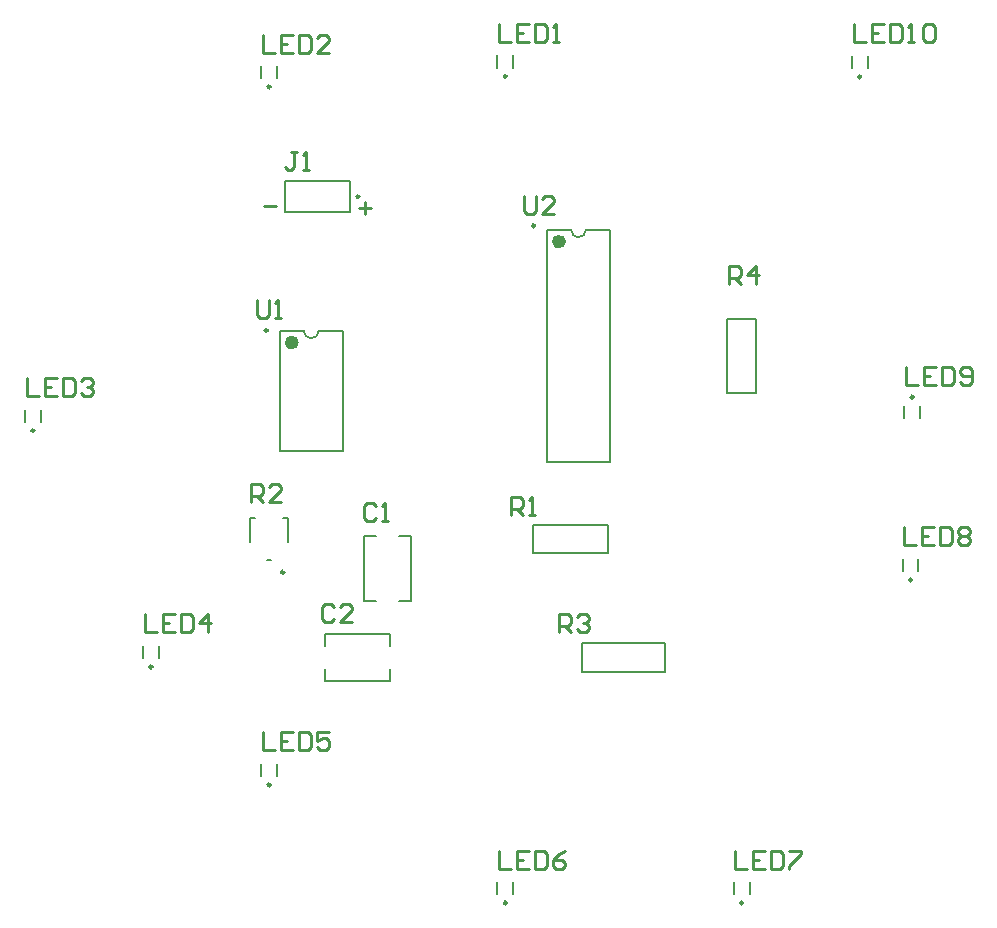
<source format=gto>
G04*
G04 #@! TF.GenerationSoftware,Altium Limited,Altium Designer,23.11.1 (41)*
G04*
G04 Layer_Color=65535*
%FSLAX44Y44*%
%MOMM*%
G71*
G04*
G04 #@! TF.SameCoordinates,6762E12D-089E-49D2-B3B2-2041342F93EC*
G04*
G04*
G04 #@! TF.FilePolarity,Positive*
G04*
G01*
G75*
%ADD10C,0.2500*%
%ADD11C,0.6000*%
%ADD12C,0.2000*%
%ADD13C,0.2540*%
D10*
X815320Y467414D02*
G03*
X815320Y467414I-1250J0D01*
G01*
X470996Y739046D02*
G03*
X470996Y739046I-1250J0D01*
G01*
X270996Y730046D02*
G03*
X270996Y730046I-1250J0D01*
G01*
X346246Y637046D02*
G03*
X346246Y637046I-1250J0D01*
G01*
X70996Y439046D02*
G03*
X70996Y439046I-1250J0D01*
G01*
X170996Y239046D02*
G03*
X170996Y239046I-1250J0D01*
G01*
X270996Y139046D02*
G03*
X270996Y139046I-1250J0D01*
G01*
X494796Y612446D02*
G03*
X494796Y612446I-1250J0D01*
G01*
X470996Y39046D02*
G03*
X470996Y39046I-1250J0D01*
G01*
X282496Y319046D02*
G03*
X282496Y319046I-1250J0D01*
G01*
X814050Y312620D02*
G03*
X814050Y312620I-1250J0D01*
G01*
X670996Y39046D02*
G03*
X670996Y39046I-1250J0D01*
G01*
X268556Y523646D02*
G03*
X268556Y523646I-1250J0D01*
G01*
X770996Y738546D02*
G03*
X770996Y738546I-1250J0D01*
G01*
D11*
X518146Y599046D02*
G03*
X518146Y599046I-3000J0D01*
G01*
X291906Y513546D02*
G03*
X291906Y513546I-3000J0D01*
G01*
D12*
X525296Y609046D02*
G03*
X537996Y609046I6350J0D01*
G01*
X299056Y523546D02*
G03*
X311756Y523546I6350J0D01*
G01*
X807320Y449664D02*
Y460164D01*
X820820Y449664D02*
Y460164D01*
X476496Y746296D02*
Y756796D01*
X462996Y746296D02*
Y756796D01*
X317246Y256796D02*
Y267046D01*
Y227046D02*
Y237296D01*
Y227046D02*
X372246D01*
Y256796D02*
Y267046D01*
Y227046D02*
Y237296D01*
X317246Y267046D02*
X372246D01*
X379496Y349546D02*
X389746D01*
X349746D02*
X359996D01*
X349746Y294546D02*
Y349546D01*
X379496Y294546D02*
X389746D01*
X349746D02*
X359996D01*
X389746D02*
Y349546D01*
X556246Y335046D02*
Y359046D01*
X493246Y335046D02*
X556246D01*
X493246Y359046D02*
X556246D01*
X493246Y335046D02*
Y359046D01*
X276496Y737296D02*
Y747796D01*
X262996Y737296D02*
Y747796D01*
X338646Y623846D02*
Y650246D01*
X282846D02*
X338646D01*
X282846Y623846D02*
Y650246D01*
Y623846D02*
X338646D01*
X76496Y446296D02*
Y456796D01*
X62996Y446296D02*
Y456796D01*
X176496Y246296D02*
Y256796D01*
X162996Y246296D02*
Y256796D01*
X276496Y146296D02*
Y156796D01*
X262996Y146296D02*
Y156796D01*
X505146Y412046D02*
X558146D01*
X537996Y609046D02*
X558146D01*
X505146D02*
X525296D01*
X558146Y412046D02*
Y609046D01*
X505146Y412046D02*
Y609046D01*
X604746Y234546D02*
Y259546D01*
X534746D02*
X604746D01*
X534746Y234546D02*
Y259546D01*
Y234546D02*
X604746D01*
X476496Y46296D02*
Y56796D01*
X462996Y46296D02*
Y56796D01*
X267746Y329546D02*
X271746D01*
X285746Y344546D02*
Y364546D01*
X281746D02*
X285746D01*
X253746D02*
X257746D01*
X253746Y344546D02*
Y364546D01*
X819550Y319870D02*
Y330370D01*
X806050Y319870D02*
Y330370D01*
X676496Y46296D02*
Y56796D01*
X662996Y46296D02*
Y56796D01*
X278906Y421546D02*
Y523546D01*
X331906Y421546D02*
Y523546D01*
X278906D02*
X299056D01*
X311756D02*
X331906D01*
X278906Y421546D02*
X331906D01*
X776496Y745796D02*
Y756296D01*
X762996Y745796D02*
Y756296D01*
X657746Y533546D02*
X681746D01*
Y470546D02*
Y533546D01*
X657746Y470546D02*
Y533546D01*
Y470546D02*
X681746D01*
D13*
X265540Y629540D02*
X275697D01*
X345540Y627618D02*
X355697D01*
X350618Y632697D02*
Y622540D01*
X808834Y492861D02*
Y477626D01*
X818991D01*
X834226Y492861D02*
X824069D01*
Y477626D01*
X834226D01*
X824069Y485243D02*
X829147D01*
X839304Y492861D02*
Y477626D01*
X846922D01*
X849461Y480165D01*
Y490322D01*
X846922Y492861D01*
X839304D01*
X854539Y480165D02*
X857078Y477626D01*
X862157D01*
X864696Y480165D01*
Y490322D01*
X862157Y492861D01*
X857078D01*
X854539Y490322D01*
Y487783D01*
X857078Y485243D01*
X864696D01*
X464410Y783437D02*
Y768202D01*
X474567D01*
X489802Y783437D02*
X479645D01*
Y768202D01*
X489802D01*
X479645Y775819D02*
X484723D01*
X494880Y783437D02*
Y768202D01*
X502498D01*
X505037Y770741D01*
Y780898D01*
X502498Y783437D01*
X494880D01*
X510115Y768202D02*
X515194D01*
X512654D01*
Y783437D01*
X510115Y780898D01*
X324453Y289408D02*
X321914Y291947D01*
X316835D01*
X314296Y289408D01*
Y279251D01*
X316835Y276712D01*
X321914D01*
X324453Y279251D01*
X339688Y276712D02*
X329531D01*
X339688Y286869D01*
Y289408D01*
X337149Y291947D01*
X332070D01*
X329531Y289408D01*
X360521Y375260D02*
X357982Y377799D01*
X352903D01*
X350364Y375260D01*
Y365103D01*
X352903Y362564D01*
X357982D01*
X360521Y365103D01*
X365599Y362564D02*
X370677D01*
X368138D01*
Y377799D01*
X365599Y375260D01*
X474316Y367898D02*
Y383133D01*
X481934D01*
X484473Y380594D01*
Y375516D01*
X481934Y372976D01*
X474316D01*
X479394D02*
X484473Y367898D01*
X489551D02*
X494629D01*
X492090D01*
Y383133D01*
X489551Y380594D01*
X264512Y774293D02*
Y759058D01*
X274669D01*
X289904Y774293D02*
X279747D01*
Y759058D01*
X289904D01*
X279747Y766675D02*
X284825D01*
X294982Y774293D02*
Y759058D01*
X302600D01*
X305139Y761597D01*
Y771754D01*
X302600Y774293D01*
X294982D01*
X320374Y759058D02*
X310217D01*
X320374Y769215D01*
Y771754D01*
X317835Y774293D01*
X312756D01*
X310217Y771754D01*
X293465Y674979D02*
X288386D01*
X290926D01*
Y662283D01*
X288386Y659744D01*
X285847D01*
X283308Y662283D01*
X298543Y659744D02*
X303621D01*
X301082D01*
Y674979D01*
X298543Y672440D01*
X64614Y483463D02*
Y468228D01*
X74771D01*
X90006Y483463D02*
X79849D01*
Y468228D01*
X90006D01*
X79849Y475845D02*
X84927D01*
X95084Y483463D02*
Y468228D01*
X102702D01*
X105241Y470767D01*
Y480924D01*
X102702Y483463D01*
X95084D01*
X110319Y480924D02*
X112858Y483463D01*
X117937D01*
X120476Y480924D01*
Y478385D01*
X117937Y475845D01*
X115398D01*
X117937D01*
X120476Y473306D01*
Y470767D01*
X117937Y468228D01*
X112858D01*
X110319Y470767D01*
X164436Y283311D02*
Y268076D01*
X174593D01*
X189828Y283311D02*
X179671D01*
Y268076D01*
X189828D01*
X179671Y275693D02*
X184749D01*
X194906Y283311D02*
Y268076D01*
X202524D01*
X205063Y270615D01*
Y280772D01*
X202524Y283311D01*
X194906D01*
X217759Y268076D02*
Y283311D01*
X210141Y275693D01*
X220298D01*
X264512Y183489D02*
Y168254D01*
X274669D01*
X289904Y183489D02*
X279747D01*
Y168254D01*
X289904D01*
X279747Y175872D02*
X284825D01*
X294982Y183489D02*
Y168254D01*
X302600D01*
X305139Y170793D01*
Y180950D01*
X302600Y183489D01*
X294982D01*
X320374D02*
X310217D01*
Y175872D01*
X315296Y178411D01*
X317835D01*
X320374Y175872D01*
Y170793D01*
X317835Y168254D01*
X312756D01*
X310217Y170793D01*
X485492Y637895D02*
Y625199D01*
X488031Y622660D01*
X493110D01*
X495649Y625199D01*
Y637895D01*
X510884Y622660D02*
X500727D01*
X510884Y632817D01*
Y635356D01*
X508345Y637895D01*
X503266D01*
X500727Y635356D01*
X515210Y268330D02*
Y283565D01*
X522828D01*
X525367Y281026D01*
Y275947D01*
X522828Y273408D01*
X515210D01*
X520288D02*
X525367Y268330D01*
X530445Y281026D02*
X532984Y283565D01*
X538063D01*
X540602Y281026D01*
Y278487D01*
X538063Y275947D01*
X535523D01*
X538063D01*
X540602Y273408D01*
Y270869D01*
X538063Y268330D01*
X532984D01*
X530445Y270869D01*
X464410Y83413D02*
Y68178D01*
X474567D01*
X489802Y83413D02*
X479645D01*
Y68178D01*
X489802D01*
X479645Y75795D02*
X484723D01*
X494880Y83413D02*
Y68178D01*
X502498D01*
X505037Y70717D01*
Y80874D01*
X502498Y83413D01*
X494880D01*
X520272D02*
X515194Y80874D01*
X510115Y75795D01*
Y70717D01*
X512654Y68178D01*
X517733D01*
X520272Y70717D01*
Y73256D01*
X517733Y75795D01*
X510115D01*
X254098Y378312D02*
Y393547D01*
X261716D01*
X264255Y391008D01*
Y385929D01*
X261716Y383390D01*
X254098D01*
X259176D02*
X264255Y378312D01*
X279490D02*
X269333D01*
X279490Y388469D01*
Y391008D01*
X276951Y393547D01*
X271872D01*
X269333Y391008D01*
X807564Y356971D02*
Y341736D01*
X817721D01*
X832956Y356971D02*
X822799D01*
Y341736D01*
X832956D01*
X822799Y349353D02*
X827877D01*
X838034Y356971D02*
Y341736D01*
X845652D01*
X848191Y344275D01*
Y354432D01*
X845652Y356971D01*
X838034D01*
X853269Y354432D02*
X855808Y356971D01*
X860887D01*
X863426Y354432D01*
Y351893D01*
X860887Y349353D01*
X863426Y346814D01*
Y344275D01*
X860887Y341736D01*
X855808D01*
X853269Y344275D01*
Y346814D01*
X855808Y349353D01*
X853269Y351893D01*
Y354432D01*
X855808Y349353D02*
X860887D01*
X664562Y83413D02*
Y68178D01*
X674719D01*
X689954Y83413D02*
X679797D01*
Y68178D01*
X689954D01*
X679797Y75795D02*
X684875D01*
X695032Y83413D02*
Y68178D01*
X702650D01*
X705189Y70717D01*
Y80874D01*
X702650Y83413D01*
X695032D01*
X710267D02*
X720424D01*
Y80874D01*
X710267Y70717D01*
Y68178D01*
X259178Y549249D02*
Y536553D01*
X261717Y534014D01*
X266796D01*
X269335Y536553D01*
Y549249D01*
X274413Y534014D02*
X279491D01*
X276952D01*
Y549249D01*
X274413Y546710D01*
X764638Y782929D02*
Y767694D01*
X774795D01*
X790030Y782929D02*
X779873D01*
Y767694D01*
X790030D01*
X779873Y775312D02*
X784951D01*
X795108Y782929D02*
Y767694D01*
X802726D01*
X805265Y770233D01*
Y780390D01*
X802726Y782929D01*
X795108D01*
X810343Y767694D02*
X815422D01*
X812882D01*
Y782929D01*
X810343Y780390D01*
X823039D02*
X825578Y782929D01*
X830657D01*
X833196Y780390D01*
Y770233D01*
X830657Y767694D01*
X825578D01*
X823039Y770233D01*
Y780390D01*
X658974Y562716D02*
Y577951D01*
X666592D01*
X669131Y575412D01*
Y570334D01*
X666592Y567794D01*
X658974D01*
X664052D02*
X669131Y562716D01*
X681827D02*
Y577951D01*
X674209Y570334D01*
X684366D01*
M02*

</source>
